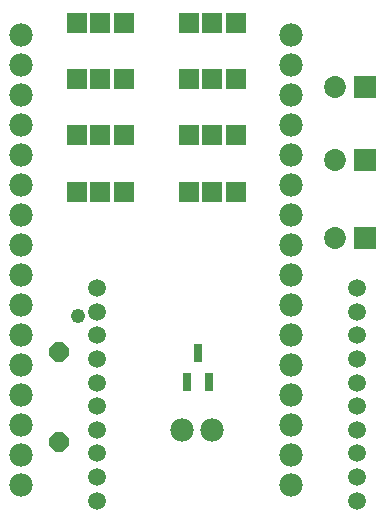
<source format=gts>
G75*
G70*
%OFA0B0*%
%FSLAX24Y24*%
%IPPOS*%
%LPD*%
%AMOC8*
5,1,8,0,0,1.08239X$1,22.5*
%
%ADD10C,0.0780*%
%ADD11R,0.0300X0.0600*%
%ADD12OC8,0.0640*%
%ADD13R,0.0730X0.0730*%
%ADD14C,0.0730*%
%ADD15C,0.0595*%
%ADD16R,0.0674X0.0674*%
%ADD17C,0.0480*%
D10*
X007149Y005310D03*
X007149Y006310D03*
X007149Y007310D03*
X007149Y008310D03*
X007149Y009310D03*
X007149Y010310D03*
X007149Y011310D03*
X007149Y012310D03*
X007149Y013310D03*
X007149Y014310D03*
X007149Y015310D03*
X007149Y016310D03*
X007149Y017310D03*
X007149Y018310D03*
X007149Y019310D03*
X007149Y020310D03*
X016149Y020310D03*
X016149Y019310D03*
X016149Y018310D03*
X016149Y017310D03*
X016149Y016310D03*
X016149Y015310D03*
X016149Y014310D03*
X016149Y013310D03*
X016149Y012310D03*
X016149Y011310D03*
X016149Y010310D03*
X016149Y009310D03*
X016149Y008310D03*
X016149Y007310D03*
X016149Y006310D03*
X016149Y005310D03*
X013511Y007168D03*
X012511Y007168D03*
D11*
X012684Y008765D03*
X013424Y008765D03*
X013054Y009705D03*
D12*
X008436Y009751D03*
X008436Y006751D03*
D13*
X018609Y013550D03*
X018629Y016149D03*
X018629Y018601D03*
D14*
X017629Y018601D03*
X017629Y016149D03*
X017609Y013550D03*
D15*
X018361Y011885D03*
X018361Y011097D03*
X018361Y010310D03*
X018361Y009523D03*
X018361Y008735D03*
X018361Y007948D03*
X018361Y007160D03*
X018361Y006373D03*
X018361Y005586D03*
X018361Y004798D03*
X009700Y004798D03*
X009700Y005586D03*
X009700Y006373D03*
X009700Y007160D03*
X009700Y007948D03*
X009700Y008735D03*
X009700Y009523D03*
X009700Y010310D03*
X009700Y011097D03*
X009700Y011885D03*
D16*
X009790Y015089D03*
X009003Y015089D03*
X010578Y015089D03*
X010578Y016971D03*
X009790Y016971D03*
X009003Y016971D03*
X009003Y018853D03*
X009790Y018853D03*
X010578Y018853D03*
X010578Y020735D03*
X009790Y020735D03*
X009003Y020735D03*
X012739Y020735D03*
X013526Y020735D03*
X014314Y020735D03*
X014314Y018853D03*
X013526Y018853D03*
X012739Y018853D03*
X012739Y016971D03*
X013526Y016971D03*
X014314Y016971D03*
X014314Y015089D03*
X013526Y015089D03*
X012739Y015089D03*
D17*
X009038Y010967D03*
M02*

</source>
